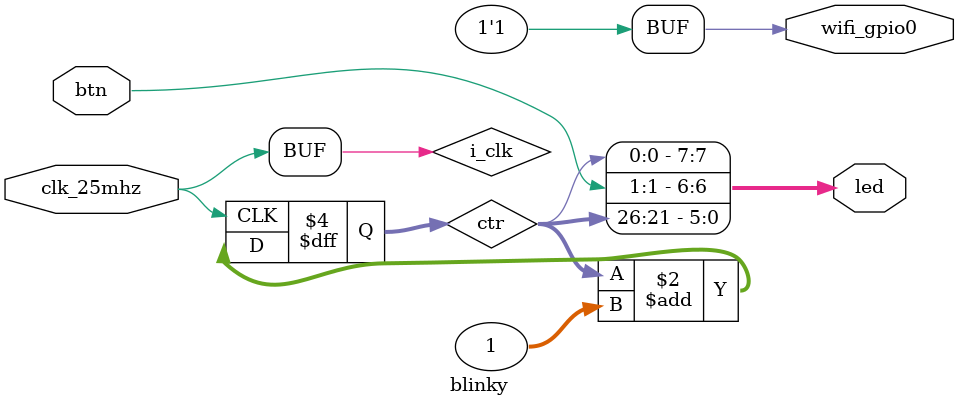
<source format=v>
module blinky(input        clk_25mhz,
              input [6:0]  btn,
              output [7:0] led,
              output       wifi_gpio0);

   wire i_clk;

   // Tie GPIO0, keep board from rebooting
   assign wifi_gpio0 = 1'b1;
   assign i_clk = clk_25mhz;

   localparam ctr_width = 32;
   reg [ctr_width-1:0] ctr = 0;

   // leftmost led is LSB of the counter, for easy testing
   assign led[7] = ctr[0];
   // next led shows the button
   assign led[6] = btn[1];
   // human-compatible blinky
   assign led[5:0] = ctr[26:21];

   always @(posedge i_clk) begin
      ctr = ctr + 1;
   end

endmodule

</source>
